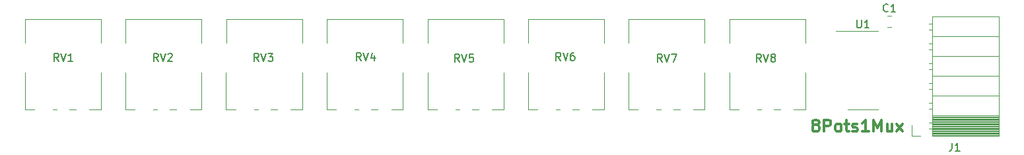
<source format=gbr>
%TF.GenerationSoftware,KiCad,Pcbnew,(6.0.1)*%
%TF.CreationDate,2022-09-16T10:26:10-07:00*%
%TF.ProjectId,8-pots-1-mux-rounded,382d706f-7473-42d3-912d-6d75782d726f,rev?*%
%TF.SameCoordinates,Original*%
%TF.FileFunction,Legend,Top*%
%TF.FilePolarity,Positive*%
%FSLAX46Y46*%
G04 Gerber Fmt 4.6, Leading zero omitted, Abs format (unit mm)*
G04 Created by KiCad (PCBNEW (6.0.1)) date 2022-09-16 10:26:10*
%MOMM*%
%LPD*%
G01*
G04 APERTURE LIST*
%ADD10C,0.300000*%
%ADD11C,0.150000*%
%ADD12C,0.120000*%
G04 APERTURE END LIST*
D10*
X193545714Y-40051428D02*
X193402857Y-39980000D01*
X193331428Y-39908571D01*
X193260000Y-39765714D01*
X193260000Y-39694285D01*
X193331428Y-39551428D01*
X193402857Y-39480000D01*
X193545714Y-39408571D01*
X193831428Y-39408571D01*
X193974285Y-39480000D01*
X194045714Y-39551428D01*
X194117142Y-39694285D01*
X194117142Y-39765714D01*
X194045714Y-39908571D01*
X193974285Y-39980000D01*
X193831428Y-40051428D01*
X193545714Y-40051428D01*
X193402857Y-40122857D01*
X193331428Y-40194285D01*
X193260000Y-40337142D01*
X193260000Y-40622857D01*
X193331428Y-40765714D01*
X193402857Y-40837142D01*
X193545714Y-40908571D01*
X193831428Y-40908571D01*
X193974285Y-40837142D01*
X194045714Y-40765714D01*
X194117142Y-40622857D01*
X194117142Y-40337142D01*
X194045714Y-40194285D01*
X193974285Y-40122857D01*
X193831428Y-40051428D01*
X194760000Y-40908571D02*
X194760000Y-39408571D01*
X195331428Y-39408571D01*
X195474285Y-39480000D01*
X195545714Y-39551428D01*
X195617142Y-39694285D01*
X195617142Y-39908571D01*
X195545714Y-40051428D01*
X195474285Y-40122857D01*
X195331428Y-40194285D01*
X194760000Y-40194285D01*
X196474285Y-40908571D02*
X196331428Y-40837142D01*
X196260000Y-40765714D01*
X196188571Y-40622857D01*
X196188571Y-40194285D01*
X196260000Y-40051428D01*
X196331428Y-39980000D01*
X196474285Y-39908571D01*
X196688571Y-39908571D01*
X196831428Y-39980000D01*
X196902857Y-40051428D01*
X196974285Y-40194285D01*
X196974285Y-40622857D01*
X196902857Y-40765714D01*
X196831428Y-40837142D01*
X196688571Y-40908571D01*
X196474285Y-40908571D01*
X197402857Y-39908571D02*
X197974285Y-39908571D01*
X197617142Y-39408571D02*
X197617142Y-40694285D01*
X197688571Y-40837142D01*
X197831428Y-40908571D01*
X197974285Y-40908571D01*
X198402857Y-40837142D02*
X198545714Y-40908571D01*
X198831428Y-40908571D01*
X198974285Y-40837142D01*
X199045714Y-40694285D01*
X199045714Y-40622857D01*
X198974285Y-40480000D01*
X198831428Y-40408571D01*
X198617142Y-40408571D01*
X198474285Y-40337142D01*
X198402857Y-40194285D01*
X198402857Y-40122857D01*
X198474285Y-39980000D01*
X198617142Y-39908571D01*
X198831428Y-39908571D01*
X198974285Y-39980000D01*
X200474285Y-40908571D02*
X199617142Y-40908571D01*
X200045714Y-40908571D02*
X200045714Y-39408571D01*
X199902857Y-39622857D01*
X199760000Y-39765714D01*
X199617142Y-39837142D01*
X201117142Y-40908571D02*
X201117142Y-39408571D01*
X201617142Y-40480000D01*
X202117142Y-39408571D01*
X202117142Y-40908571D01*
X203474285Y-39908571D02*
X203474285Y-40908571D01*
X202831428Y-39908571D02*
X202831428Y-40694285D01*
X202902857Y-40837142D01*
X203045714Y-40908571D01*
X203260000Y-40908571D01*
X203402857Y-40837142D01*
X203474285Y-40765714D01*
X204045714Y-40908571D02*
X204831428Y-39908571D01*
X204045714Y-39908571D02*
X204831428Y-40908571D01*
D11*
%TO.C,C1*%
X202963333Y-25457142D02*
X202915714Y-25504761D01*
X202772857Y-25552380D01*
X202677619Y-25552380D01*
X202534761Y-25504761D01*
X202439523Y-25409523D01*
X202391904Y-25314285D01*
X202344285Y-25123809D01*
X202344285Y-24980952D01*
X202391904Y-24790476D01*
X202439523Y-24695238D01*
X202534761Y-24600000D01*
X202677619Y-24552380D01*
X202772857Y-24552380D01*
X202915714Y-24600000D01*
X202963333Y-24647619D01*
X203915714Y-25552380D02*
X203344285Y-25552380D01*
X203630000Y-25552380D02*
X203630000Y-24552380D01*
X203534761Y-24695238D01*
X203439523Y-24790476D01*
X203344285Y-24838095D01*
%TO.C,RV5*%
X148004761Y-31972380D02*
X147671428Y-31496190D01*
X147433333Y-31972380D02*
X147433333Y-30972380D01*
X147814285Y-30972380D01*
X147909523Y-31020000D01*
X147957142Y-31067619D01*
X148004761Y-31162857D01*
X148004761Y-31305714D01*
X147957142Y-31400952D01*
X147909523Y-31448571D01*
X147814285Y-31496190D01*
X147433333Y-31496190D01*
X148290476Y-30972380D02*
X148623809Y-31972380D01*
X148957142Y-30972380D01*
X149766666Y-30972380D02*
X149290476Y-30972380D01*
X149242857Y-31448571D01*
X149290476Y-31400952D01*
X149385714Y-31353333D01*
X149623809Y-31353333D01*
X149719047Y-31400952D01*
X149766666Y-31448571D01*
X149814285Y-31543809D01*
X149814285Y-31781904D01*
X149766666Y-31877142D01*
X149719047Y-31924761D01*
X149623809Y-31972380D01*
X149385714Y-31972380D01*
X149290476Y-31924761D01*
X149242857Y-31877142D01*
%TO.C,RV6*%
X160974761Y-31792380D02*
X160641428Y-31316190D01*
X160403333Y-31792380D02*
X160403333Y-30792380D01*
X160784285Y-30792380D01*
X160879523Y-30840000D01*
X160927142Y-30887619D01*
X160974761Y-30982857D01*
X160974761Y-31125714D01*
X160927142Y-31220952D01*
X160879523Y-31268571D01*
X160784285Y-31316190D01*
X160403333Y-31316190D01*
X161260476Y-30792380D02*
X161593809Y-31792380D01*
X161927142Y-30792380D01*
X162689047Y-30792380D02*
X162498571Y-30792380D01*
X162403333Y-30840000D01*
X162355714Y-30887619D01*
X162260476Y-31030476D01*
X162212857Y-31220952D01*
X162212857Y-31601904D01*
X162260476Y-31697142D01*
X162308095Y-31744761D01*
X162403333Y-31792380D01*
X162593809Y-31792380D01*
X162689047Y-31744761D01*
X162736666Y-31697142D01*
X162784285Y-31601904D01*
X162784285Y-31363809D01*
X162736666Y-31268571D01*
X162689047Y-31220952D01*
X162593809Y-31173333D01*
X162403333Y-31173333D01*
X162308095Y-31220952D01*
X162260476Y-31268571D01*
X162212857Y-31363809D01*
%TO.C,RV1*%
X96594761Y-31892380D02*
X96261428Y-31416190D01*
X96023333Y-31892380D02*
X96023333Y-30892380D01*
X96404285Y-30892380D01*
X96499523Y-30940000D01*
X96547142Y-30987619D01*
X96594761Y-31082857D01*
X96594761Y-31225714D01*
X96547142Y-31320952D01*
X96499523Y-31368571D01*
X96404285Y-31416190D01*
X96023333Y-31416190D01*
X96880476Y-30892380D02*
X97213809Y-31892380D01*
X97547142Y-30892380D01*
X98404285Y-31892380D02*
X97832857Y-31892380D01*
X98118571Y-31892380D02*
X98118571Y-30892380D01*
X98023333Y-31035238D01*
X97928095Y-31130476D01*
X97832857Y-31178095D01*
%TO.C,RV7*%
X173984761Y-31992380D02*
X173651428Y-31516190D01*
X173413333Y-31992380D02*
X173413333Y-30992380D01*
X173794285Y-30992380D01*
X173889523Y-31040000D01*
X173937142Y-31087619D01*
X173984761Y-31182857D01*
X173984761Y-31325714D01*
X173937142Y-31420952D01*
X173889523Y-31468571D01*
X173794285Y-31516190D01*
X173413333Y-31516190D01*
X174270476Y-30992380D02*
X174603809Y-31992380D01*
X174937142Y-30992380D01*
X175175238Y-30992380D02*
X175841904Y-30992380D01*
X175413333Y-31992380D01*
%TO.C,RV3*%
X122264761Y-31902380D02*
X121931428Y-31426190D01*
X121693333Y-31902380D02*
X121693333Y-30902380D01*
X122074285Y-30902380D01*
X122169523Y-30950000D01*
X122217142Y-30997619D01*
X122264761Y-31092857D01*
X122264761Y-31235714D01*
X122217142Y-31330952D01*
X122169523Y-31378571D01*
X122074285Y-31426190D01*
X121693333Y-31426190D01*
X122550476Y-30902380D02*
X122883809Y-31902380D01*
X123217142Y-30902380D01*
X123455238Y-30902380D02*
X124074285Y-30902380D01*
X123740952Y-31283333D01*
X123883809Y-31283333D01*
X123979047Y-31330952D01*
X124026666Y-31378571D01*
X124074285Y-31473809D01*
X124074285Y-31711904D01*
X124026666Y-31807142D01*
X123979047Y-31854761D01*
X123883809Y-31902380D01*
X123598095Y-31902380D01*
X123502857Y-31854761D01*
X123455238Y-31807142D01*
%TO.C,U1*%
X198958095Y-26602380D02*
X198958095Y-27411904D01*
X199005714Y-27507142D01*
X199053333Y-27554761D01*
X199148571Y-27602380D01*
X199339047Y-27602380D01*
X199434285Y-27554761D01*
X199481904Y-27507142D01*
X199529523Y-27411904D01*
X199529523Y-26602380D01*
X200529523Y-27602380D02*
X199958095Y-27602380D01*
X200243809Y-27602380D02*
X200243809Y-26602380D01*
X200148571Y-26745238D01*
X200053333Y-26840476D01*
X199958095Y-26888095D01*
%TO.C,RV8*%
X186694761Y-31962380D02*
X186361428Y-31486190D01*
X186123333Y-31962380D02*
X186123333Y-30962380D01*
X186504285Y-30962380D01*
X186599523Y-31010000D01*
X186647142Y-31057619D01*
X186694761Y-31152857D01*
X186694761Y-31295714D01*
X186647142Y-31390952D01*
X186599523Y-31438571D01*
X186504285Y-31486190D01*
X186123333Y-31486190D01*
X186980476Y-30962380D02*
X187313809Y-31962380D01*
X187647142Y-30962380D01*
X188123333Y-31390952D02*
X188028095Y-31343333D01*
X187980476Y-31295714D01*
X187932857Y-31200476D01*
X187932857Y-31152857D01*
X187980476Y-31057619D01*
X188028095Y-31010000D01*
X188123333Y-30962380D01*
X188313809Y-30962380D01*
X188409047Y-31010000D01*
X188456666Y-31057619D01*
X188504285Y-31152857D01*
X188504285Y-31200476D01*
X188456666Y-31295714D01*
X188409047Y-31343333D01*
X188313809Y-31390952D01*
X188123333Y-31390952D01*
X188028095Y-31438571D01*
X187980476Y-31486190D01*
X187932857Y-31581428D01*
X187932857Y-31771904D01*
X187980476Y-31867142D01*
X188028095Y-31914761D01*
X188123333Y-31962380D01*
X188313809Y-31962380D01*
X188409047Y-31914761D01*
X188456666Y-31867142D01*
X188504285Y-31771904D01*
X188504285Y-31581428D01*
X188456666Y-31486190D01*
X188409047Y-31438571D01*
X188313809Y-31390952D01*
%TO.C,RV4*%
X135384761Y-31822380D02*
X135051428Y-31346190D01*
X134813333Y-31822380D02*
X134813333Y-30822380D01*
X135194285Y-30822380D01*
X135289523Y-30870000D01*
X135337142Y-30917619D01*
X135384761Y-31012857D01*
X135384761Y-31155714D01*
X135337142Y-31250952D01*
X135289523Y-31298571D01*
X135194285Y-31346190D01*
X134813333Y-31346190D01*
X135670476Y-30822380D02*
X136003809Y-31822380D01*
X136337142Y-30822380D01*
X137099047Y-31155714D02*
X137099047Y-31822380D01*
X136860952Y-30774761D02*
X136622857Y-31489047D01*
X137241904Y-31489047D01*
%TO.C,J1*%
X211166666Y-42372380D02*
X211166666Y-43086666D01*
X211119047Y-43229523D01*
X211023809Y-43324761D01*
X210880952Y-43372380D01*
X210785714Y-43372380D01*
X212166666Y-43372380D02*
X211595238Y-43372380D01*
X211880952Y-43372380D02*
X211880952Y-42372380D01*
X211785714Y-42515238D01*
X211690476Y-42610476D01*
X211595238Y-42658095D01*
%TO.C,RV2*%
X109354761Y-31892380D02*
X109021428Y-31416190D01*
X108783333Y-31892380D02*
X108783333Y-30892380D01*
X109164285Y-30892380D01*
X109259523Y-30940000D01*
X109307142Y-30987619D01*
X109354761Y-31082857D01*
X109354761Y-31225714D01*
X109307142Y-31320952D01*
X109259523Y-31368571D01*
X109164285Y-31416190D01*
X108783333Y-31416190D01*
X109640476Y-30892380D02*
X109973809Y-31892380D01*
X110307142Y-30892380D01*
X110592857Y-30987619D02*
X110640476Y-30940000D01*
X110735714Y-30892380D01*
X110973809Y-30892380D01*
X111069047Y-30940000D01*
X111116666Y-30987619D01*
X111164285Y-31082857D01*
X111164285Y-31178095D01*
X111116666Y-31320952D01*
X110545238Y-31892380D01*
X111164285Y-31892380D01*
D12*
%TO.C,C1*%
X202868748Y-26045000D02*
X203391252Y-26045000D01*
X202868748Y-27515000D02*
X203391252Y-27515000D01*
%TO.C,RV5*%
X150450000Y-38100000D02*
X149620000Y-38100000D01*
X153660000Y-38100000D02*
X152170000Y-38100000D01*
X153660000Y-29570000D02*
X153660000Y-26510000D01*
X153660000Y-26510000D02*
X143920000Y-26510000D01*
X143920000Y-29570000D02*
X143920000Y-26510000D01*
X143910000Y-38100000D02*
X143910000Y-33380000D01*
X153660000Y-38100000D02*
X153660000Y-33380000D01*
X145100000Y-38100000D02*
X143920000Y-38100000D01*
X148000000Y-38100000D02*
X147470000Y-38100000D01*
%TO.C,RV6*%
X166550000Y-26510000D02*
X156810000Y-26510000D01*
X166550000Y-38100000D02*
X165060000Y-38100000D01*
X163340000Y-38100000D02*
X162510000Y-38100000D01*
X160890000Y-38100000D02*
X160360000Y-38100000D01*
X166550000Y-29570000D02*
X166550000Y-26510000D01*
X156800000Y-38100000D02*
X156800000Y-33380000D01*
X166550000Y-38100000D02*
X166550000Y-33380000D01*
X157990000Y-38100000D02*
X156810000Y-38100000D01*
X156810000Y-29570000D02*
X156810000Y-26510000D01*
%TO.C,RV1*%
X93450000Y-38100000D02*
X92270000Y-38100000D01*
X92270000Y-29570000D02*
X92270000Y-26510000D01*
X102010000Y-38100000D02*
X100520000Y-38100000D01*
X98800000Y-38100000D02*
X97970000Y-38100000D01*
X96350000Y-38100000D02*
X95820000Y-38100000D01*
X102010000Y-38100000D02*
X102010000Y-33380000D01*
X102010000Y-29570000D02*
X102010000Y-26510000D01*
X102010000Y-26510000D02*
X92270000Y-26510000D01*
X92260000Y-38100000D02*
X92260000Y-33380000D01*
%TO.C,RV7*%
X179450000Y-29570000D02*
X179450000Y-26510000D01*
X169700000Y-38100000D02*
X169700000Y-33380000D01*
X176240000Y-38100000D02*
X175410000Y-38100000D01*
X173790000Y-38100000D02*
X173260000Y-38100000D01*
X179450000Y-26510000D02*
X169710000Y-26510000D01*
X169710000Y-29570000D02*
X169710000Y-26510000D01*
X179450000Y-38100000D02*
X177960000Y-38100000D01*
X170890000Y-38100000D02*
X169710000Y-38100000D01*
X179450000Y-38100000D02*
X179450000Y-33380000D01*
%TO.C,RV3*%
X127820000Y-29570000D02*
X127820000Y-26510000D01*
X122160000Y-38100000D02*
X121630000Y-38100000D01*
X118080000Y-29570000D02*
X118080000Y-26510000D01*
X124610000Y-38100000D02*
X123780000Y-38100000D01*
X127820000Y-38100000D02*
X127820000Y-33380000D01*
X127820000Y-26510000D02*
X118080000Y-26510000D01*
X127820000Y-38100000D02*
X126330000Y-38100000D01*
X119260000Y-38100000D02*
X118080000Y-38100000D01*
X118070000Y-38100000D02*
X118070000Y-33380000D01*
%TO.C,U1*%
X199720000Y-27990000D02*
X201670000Y-27990000D01*
X199720000Y-27990000D02*
X196270000Y-27990000D01*
X199720000Y-38110000D02*
X197770000Y-38110000D01*
X199720000Y-38110000D02*
X201670000Y-38110000D01*
%TO.C,RV8*%
X182620000Y-38100000D02*
X182620000Y-33380000D01*
X192370000Y-26510000D02*
X182630000Y-26510000D01*
X192370000Y-38100000D02*
X190880000Y-38100000D01*
X189160000Y-38100000D02*
X188330000Y-38100000D01*
X192370000Y-29570000D02*
X192370000Y-26510000D01*
X192370000Y-38100000D02*
X192370000Y-33380000D01*
X186710000Y-38100000D02*
X186180000Y-38100000D01*
X182630000Y-29570000D02*
X182630000Y-26510000D01*
X183810000Y-38100000D02*
X182630000Y-38100000D01*
%TO.C,RV4*%
X140730000Y-26510000D02*
X130990000Y-26510000D01*
X140730000Y-29570000D02*
X140730000Y-26510000D01*
X135070000Y-38100000D02*
X134540000Y-38100000D01*
X140730000Y-38100000D02*
X139240000Y-38100000D01*
X132170000Y-38100000D02*
X130990000Y-38100000D01*
X130990000Y-29570000D02*
X130990000Y-26510000D01*
X137520000Y-38100000D02*
X136690000Y-38100000D01*
X140730000Y-38100000D02*
X140730000Y-33380000D01*
X130980000Y-38100000D02*
X130980000Y-33380000D01*
%TO.C,J1*%
X217210000Y-33800000D02*
X208580000Y-33800000D01*
X217210000Y-41241905D02*
X208580000Y-41241905D01*
X217210000Y-40533335D02*
X208580000Y-40533335D01*
X217210000Y-40887620D02*
X208580000Y-40887620D01*
X217210000Y-38998100D02*
X208580000Y-38998100D01*
X217210000Y-41005715D02*
X208580000Y-41005715D01*
X217210000Y-39824765D02*
X208580000Y-39824765D01*
X208580000Y-27810000D02*
X208170000Y-27810000D01*
X217210000Y-39706670D02*
X208580000Y-39706670D01*
X217210000Y-39588575D02*
X208580000Y-39588575D01*
X217210000Y-36340000D02*
X208580000Y-36340000D01*
X217210000Y-40179050D02*
X208580000Y-40179050D01*
X208580000Y-27090000D02*
X208170000Y-27090000D01*
X206010000Y-41480000D02*
X206010000Y-40150000D01*
X208580000Y-40510000D02*
X208230000Y-40510000D01*
X217210000Y-38880000D02*
X208580000Y-38880000D01*
X208580000Y-35430000D02*
X208170000Y-35430000D01*
X208580000Y-41480000D02*
X208580000Y-26120000D01*
X217210000Y-39234290D02*
X208580000Y-39234290D01*
X208580000Y-29630000D02*
X208170000Y-29630000D01*
X217210000Y-40769525D02*
X208580000Y-40769525D01*
X217210000Y-41480000D02*
X208580000Y-41480000D01*
X208580000Y-32890000D02*
X208170000Y-32890000D01*
X217210000Y-39116195D02*
X208580000Y-39116195D01*
X208580000Y-39790000D02*
X208230000Y-39790000D01*
X217210000Y-41480000D02*
X217210000Y-26120000D01*
X208580000Y-32170000D02*
X208170000Y-32170000D01*
X208580000Y-37250000D02*
X208170000Y-37250000D01*
X217210000Y-39352385D02*
X208580000Y-39352385D01*
X217210000Y-39942860D02*
X208580000Y-39942860D01*
X208580000Y-30350000D02*
X208170000Y-30350000D01*
X217210000Y-40651430D02*
X208580000Y-40651430D01*
X217210000Y-26120000D02*
X208580000Y-26120000D01*
X208580000Y-34710000D02*
X208170000Y-34710000D01*
X217210000Y-31260000D02*
X208580000Y-31260000D01*
X208580000Y-37970000D02*
X208170000Y-37970000D01*
X217210000Y-39470480D02*
X208580000Y-39470480D01*
X207120000Y-41480000D02*
X206010000Y-41480000D01*
X217210000Y-28720000D02*
X208580000Y-28720000D01*
X217210000Y-41123810D02*
X208580000Y-41123810D01*
X217210000Y-40415240D02*
X208580000Y-40415240D01*
X217210000Y-41360000D02*
X208580000Y-41360000D01*
X217210000Y-40297145D02*
X208580000Y-40297145D01*
X217210000Y-40060955D02*
X208580000Y-40060955D01*
%TO.C,RV2*%
X114910000Y-38100000D02*
X114910000Y-33380000D01*
X114910000Y-38100000D02*
X113420000Y-38100000D01*
X105170000Y-29570000D02*
X105170000Y-26510000D01*
X106350000Y-38100000D02*
X105170000Y-38100000D01*
X109250000Y-38100000D02*
X108720000Y-38100000D01*
X111700000Y-38100000D02*
X110870000Y-38100000D01*
X105160000Y-38100000D02*
X105160000Y-33380000D01*
X114910000Y-29570000D02*
X114910000Y-26510000D01*
X114910000Y-26510000D02*
X105170000Y-26510000D01*
%TD*%
M02*

</source>
